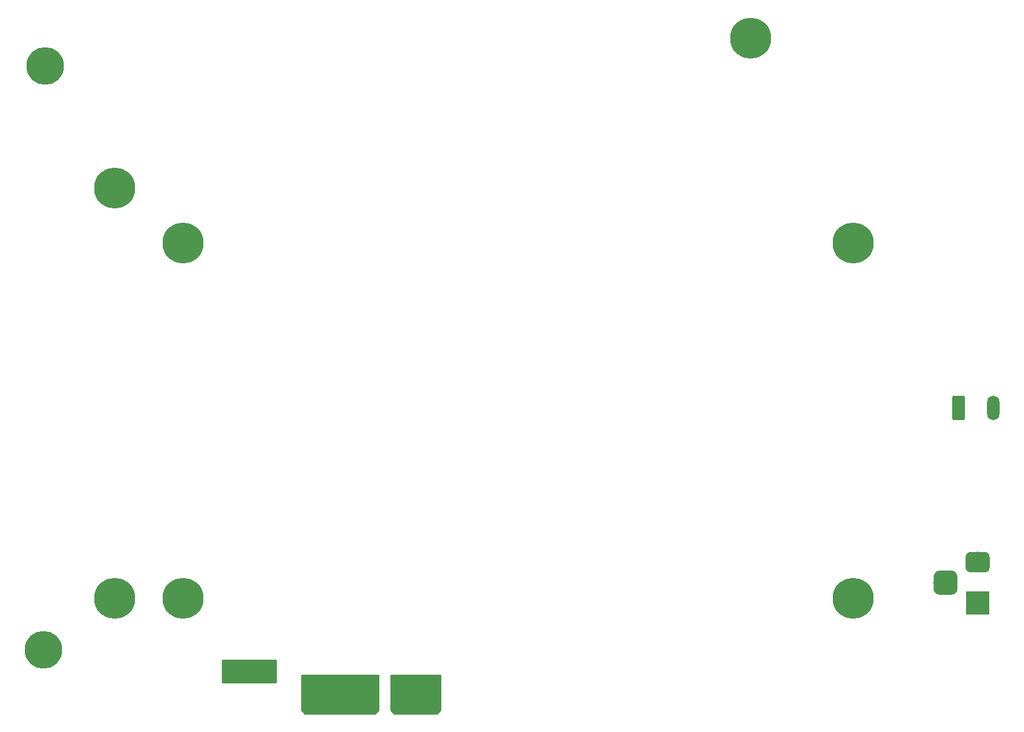
<source format=gbr>
G04 #@! TF.GenerationSoftware,KiCad,Pcbnew,(5.1.2)-2*
G04 #@! TF.CreationDate,2019-10-16T14:47:20+08:00*
G04 #@! TF.ProjectId,BrainPower,42726169-6e50-46f7-9765-722e6b696361,rev?*
G04 #@! TF.SameCoordinates,Original*
G04 #@! TF.FileFunction,Soldermask,Bot*
G04 #@! TF.FilePolarity,Negative*
%FSLAX46Y46*%
G04 Gerber Fmt 4.6, Leading zero omitted, Abs format (unit mm)*
G04 Created by KiCad (PCBNEW (5.1.2)-2) date 2019-10-16 14:47:20*
%MOMM*%
%LPD*%
G04 APERTURE LIST*
%ADD10C,6.000000*%
%ADD11O,1.800000X3.600000*%
%ADD12C,0.100000*%
%ADD13C,1.800000*%
%ADD14C,3.500000*%
%ADD15C,3.000000*%
%ADD16R,3.500000X3.500000*%
%ADD17C,5.500000*%
%ADD18R,0.700000X4.200000*%
%ADD19R,0.700000X3.200000*%
%ADD20C,0.254000*%
G04 APERTURE END LIST*
D10*
X184000000Y-57000000D03*
X91000000Y-79000000D03*
X199000000Y-139000000D03*
X91000000Y-139000000D03*
D11*
X219456000Y-111125000D03*
D12*
G36*
X215050504Y-109326204D02*
G01*
X215074773Y-109329804D01*
X215098571Y-109335765D01*
X215121671Y-109344030D01*
X215143849Y-109354520D01*
X215164893Y-109367133D01*
X215184598Y-109381747D01*
X215202777Y-109398223D01*
X215219253Y-109416402D01*
X215233867Y-109436107D01*
X215246480Y-109457151D01*
X215256970Y-109479329D01*
X215265235Y-109502429D01*
X215271196Y-109526227D01*
X215274796Y-109550496D01*
X215276000Y-109575000D01*
X215276000Y-112675000D01*
X215274796Y-112699504D01*
X215271196Y-112723773D01*
X215265235Y-112747571D01*
X215256970Y-112770671D01*
X215246480Y-112792849D01*
X215233867Y-112813893D01*
X215219253Y-112833598D01*
X215202777Y-112851777D01*
X215184598Y-112868253D01*
X215164893Y-112882867D01*
X215143849Y-112895480D01*
X215121671Y-112905970D01*
X215098571Y-112914235D01*
X215074773Y-112920196D01*
X215050504Y-112923796D01*
X215026000Y-112925000D01*
X213726000Y-112925000D01*
X213701496Y-112923796D01*
X213677227Y-112920196D01*
X213653429Y-112914235D01*
X213630329Y-112905970D01*
X213608151Y-112895480D01*
X213587107Y-112882867D01*
X213567402Y-112868253D01*
X213549223Y-112851777D01*
X213532747Y-112833598D01*
X213518133Y-112813893D01*
X213505520Y-112792849D01*
X213495030Y-112770671D01*
X213486765Y-112747571D01*
X213480804Y-112723773D01*
X213477204Y-112699504D01*
X213476000Y-112675000D01*
X213476000Y-109575000D01*
X213477204Y-109550496D01*
X213480804Y-109526227D01*
X213486765Y-109502429D01*
X213495030Y-109479329D01*
X213505520Y-109457151D01*
X213518133Y-109436107D01*
X213532747Y-109416402D01*
X213549223Y-109398223D01*
X213567402Y-109381747D01*
X213587107Y-109367133D01*
X213608151Y-109354520D01*
X213630329Y-109344030D01*
X213653429Y-109335765D01*
X213677227Y-109329804D01*
X213701496Y-109326204D01*
X213726000Y-109325000D01*
X215026000Y-109325000D01*
X215050504Y-109326204D01*
X215050504Y-109326204D01*
G37*
D13*
X214376000Y-111125000D03*
D12*
G36*
X213430765Y-134954213D02*
G01*
X213515704Y-134966813D01*
X213598999Y-134987677D01*
X213679848Y-135016605D01*
X213757472Y-135053319D01*
X213831124Y-135097464D01*
X213900094Y-135148616D01*
X213963718Y-135206282D01*
X214021384Y-135269906D01*
X214072536Y-135338876D01*
X214116681Y-135412528D01*
X214153395Y-135490152D01*
X214182323Y-135571001D01*
X214203187Y-135654296D01*
X214215787Y-135739235D01*
X214220000Y-135825000D01*
X214220000Y-137575000D01*
X214215787Y-137660765D01*
X214203187Y-137745704D01*
X214182323Y-137828999D01*
X214153395Y-137909848D01*
X214116681Y-137987472D01*
X214072536Y-138061124D01*
X214021384Y-138130094D01*
X213963718Y-138193718D01*
X213900094Y-138251384D01*
X213831124Y-138302536D01*
X213757472Y-138346681D01*
X213679848Y-138383395D01*
X213598999Y-138412323D01*
X213515704Y-138433187D01*
X213430765Y-138445787D01*
X213345000Y-138450000D01*
X211595000Y-138450000D01*
X211509235Y-138445787D01*
X211424296Y-138433187D01*
X211341001Y-138412323D01*
X211260152Y-138383395D01*
X211182528Y-138346681D01*
X211108876Y-138302536D01*
X211039906Y-138251384D01*
X210976282Y-138193718D01*
X210918616Y-138130094D01*
X210867464Y-138061124D01*
X210823319Y-137987472D01*
X210786605Y-137909848D01*
X210757677Y-137828999D01*
X210736813Y-137745704D01*
X210724213Y-137660765D01*
X210720000Y-137575000D01*
X210720000Y-135825000D01*
X210724213Y-135739235D01*
X210736813Y-135654296D01*
X210757677Y-135571001D01*
X210786605Y-135490152D01*
X210823319Y-135412528D01*
X210867464Y-135338876D01*
X210918616Y-135269906D01*
X210976282Y-135206282D01*
X211039906Y-135148616D01*
X211108876Y-135097464D01*
X211182528Y-135053319D01*
X211260152Y-135016605D01*
X211341001Y-134987677D01*
X211424296Y-134966813D01*
X211509235Y-134954213D01*
X211595000Y-134950000D01*
X213345000Y-134950000D01*
X213430765Y-134954213D01*
X213430765Y-134954213D01*
G37*
D14*
X212470000Y-136700000D03*
D12*
G36*
X218243513Y-132203611D02*
G01*
X218316318Y-132214411D01*
X218387714Y-132232295D01*
X218457013Y-132257090D01*
X218523548Y-132288559D01*
X218586678Y-132326398D01*
X218645795Y-132370242D01*
X218700330Y-132419670D01*
X218749758Y-132474205D01*
X218793602Y-132533322D01*
X218831441Y-132596452D01*
X218862910Y-132662987D01*
X218887705Y-132732286D01*
X218905589Y-132803682D01*
X218916389Y-132876487D01*
X218920000Y-132950000D01*
X218920000Y-134450000D01*
X218916389Y-134523513D01*
X218905589Y-134596318D01*
X218887705Y-134667714D01*
X218862910Y-134737013D01*
X218831441Y-134803548D01*
X218793602Y-134866678D01*
X218749758Y-134925795D01*
X218700330Y-134980330D01*
X218645795Y-135029758D01*
X218586678Y-135073602D01*
X218523548Y-135111441D01*
X218457013Y-135142910D01*
X218387714Y-135167705D01*
X218316318Y-135185589D01*
X218243513Y-135196389D01*
X218170000Y-135200000D01*
X216170000Y-135200000D01*
X216096487Y-135196389D01*
X216023682Y-135185589D01*
X215952286Y-135167705D01*
X215882987Y-135142910D01*
X215816452Y-135111441D01*
X215753322Y-135073602D01*
X215694205Y-135029758D01*
X215639670Y-134980330D01*
X215590242Y-134925795D01*
X215546398Y-134866678D01*
X215508559Y-134803548D01*
X215477090Y-134737013D01*
X215452295Y-134667714D01*
X215434411Y-134596318D01*
X215423611Y-134523513D01*
X215420000Y-134450000D01*
X215420000Y-132950000D01*
X215423611Y-132876487D01*
X215434411Y-132803682D01*
X215452295Y-132732286D01*
X215477090Y-132662987D01*
X215508559Y-132596452D01*
X215546398Y-132533322D01*
X215590242Y-132474205D01*
X215639670Y-132419670D01*
X215694205Y-132370242D01*
X215753322Y-132326398D01*
X215816452Y-132288559D01*
X215882987Y-132257090D01*
X215952286Y-132232295D01*
X216023682Y-132214411D01*
X216096487Y-132203611D01*
X216170000Y-132200000D01*
X218170000Y-132200000D01*
X218243513Y-132203611D01*
X218243513Y-132203611D01*
G37*
D15*
X217170000Y-133700000D03*
D16*
X217170000Y-139700000D03*
D10*
X199000000Y-139000000D03*
X101000000Y-139000000D03*
X199000000Y-87000000D03*
X101000000Y-87000000D03*
D17*
X80822800Y-61137800D03*
X80568800Y-146507200D03*
D18*
X137980000Y-152379600D03*
X133980000Y-152379600D03*
X122980000Y-152379600D03*
X120980000Y-152379600D03*
X127980000Y-152379600D03*
X124980000Y-152379600D03*
D19*
X118980000Y-151879600D03*
D18*
X123980000Y-152379600D03*
X134980000Y-152379600D03*
X131980000Y-152379600D03*
X125980000Y-152379600D03*
X128980000Y-152379600D03*
X121980000Y-152379600D03*
X119980000Y-152379600D03*
X132980000Y-152379600D03*
X135980000Y-152379600D03*
X126980000Y-152379600D03*
X136980000Y-152379600D03*
D20*
G36*
X138630000Y-155379600D02*
G01*
X138130000Y-155879600D01*
X131930000Y-155879600D01*
X131430000Y-155379600D01*
X131430000Y-150281600D01*
X138630000Y-150281600D01*
X138630000Y-155379600D01*
X138630000Y-155379600D01*
G37*
X138630000Y-155379600D02*
X138130000Y-155879600D01*
X131930000Y-155879600D01*
X131430000Y-155379600D01*
X131430000Y-150281600D01*
X138630000Y-150281600D01*
X138630000Y-155379600D01*
G36*
X129530000Y-155379600D02*
G01*
X129030000Y-155879600D01*
X118830000Y-155879600D01*
X118330000Y-155379600D01*
X118330000Y-150281600D01*
X129530000Y-150281600D01*
X129530000Y-155379600D01*
X129530000Y-155379600D01*
G37*
X129530000Y-155379600D02*
X129030000Y-155879600D01*
X118830000Y-155879600D01*
X118330000Y-155379600D01*
X118330000Y-150281600D01*
X129530000Y-150281600D01*
X129530000Y-155379600D01*
G36*
X114553000Y-151252600D02*
G01*
X106807000Y-151252600D01*
X106807000Y-148056600D01*
X114553000Y-148056600D01*
X114553000Y-151252600D01*
X114553000Y-151252600D01*
G37*
X114553000Y-151252600D02*
X106807000Y-151252600D01*
X106807000Y-148056600D01*
X114553000Y-148056600D01*
X114553000Y-151252600D01*
M02*

</source>
